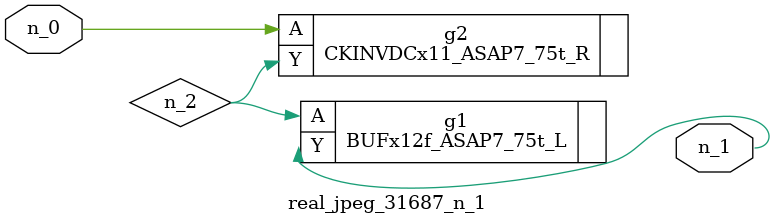
<source format=v>
module real_jpeg_31687_n_1 (n_0, n_1);

input n_0;

output n_1;

wire n_2;

CKINVDCx11_ASAP7_75t_R g2 ( 
.A(n_0),
.Y(n_2)
);

BUFx12f_ASAP7_75t_L g1 ( 
.A(n_2),
.Y(n_1)
);


endmodule
</source>
